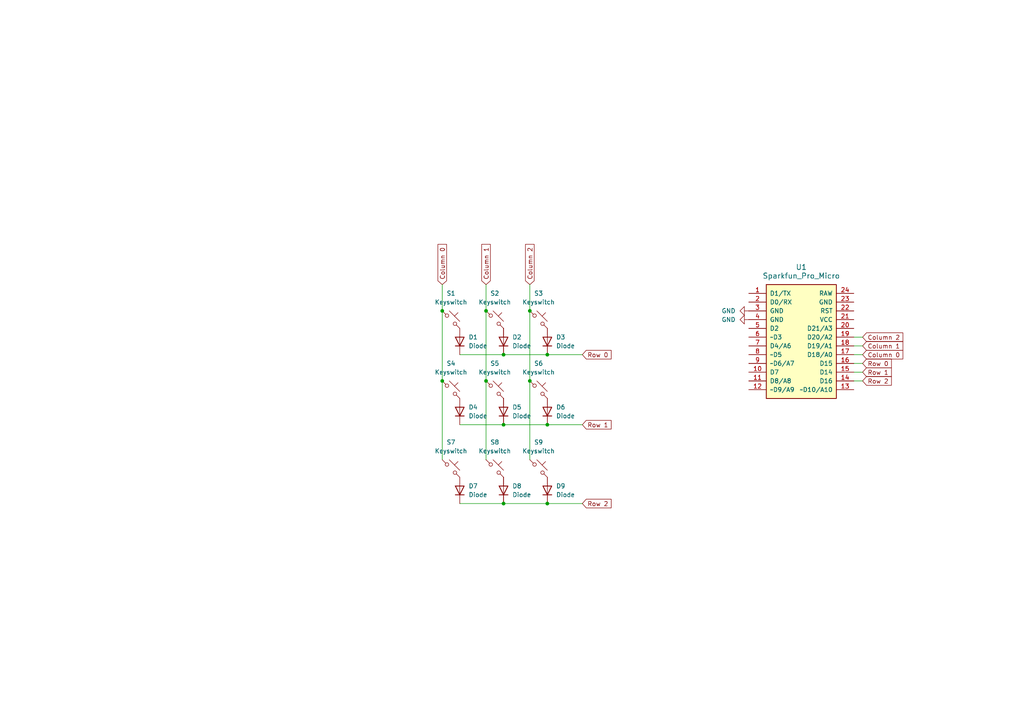
<source format=kicad_sch>
(kicad_sch (version 20231120) (generator "eeschema") (generator_version "8.0")
  (paper "A4")
  (lib_symbols
    (symbol "Arduino:Sparkfun_Pro_Micro" (pin_names (offset 1.016))
      (property "Reference" "U" (at -8.89 21.59 0))
      (property "Value" "Sparkfun_Pro_Micro" (at 0 19.05 0))
      (symbol "Sparkfun_Pro_Micro_0_1"
        (rectangle (start -10.16 17.78) (end 10.16 -15.24) (stroke (width 0.254)) (fill (type background)))
      )
      (symbol "Sparkfun_Pro_Micro_1_1"
        (pin bidirectional line (at -15.24 15.24 0) (length 5.08) (name "D1/TX") (number "1"))
        (pin bidirectional line (at -15.24 -7.62 0) (length 5.08) (name "D7") (number "10"))
        (pin bidirectional line (at -15.24 -10.16 0) (length 5.08) (name "D8/A8") (number "11"))
        (pin bidirectional line (at -15.24 -12.7 0) (length 5.08) (name "~D9/A9") (number "12"))
        (pin bidirectional line (at 15.24 -12.7 180) (length 5.08) (name "~D10/A10") (number "13"))
        (pin bidirectional line (at 15.24 -10.16 180) (length 5.08) (name "D16") (number "14"))
        (pin bidirectional line (at 15.24 -7.62 180) (length 5.08) (name "D14") (number "15"))
        (pin bidirectional line (at 15.24 -5.08 180) (length 5.08) (name "D15") (number "16"))
        (pin bidirectional line (at 15.24 -2.54 180) (length 5.08) (name "D18/A0") (number "17"))
        (pin bidirectional line (at 15.24 0 180) (length 5.08) (name "D19/A1") (number "18"))
        (pin bidirectional line (at 15.24 2.54 180) (length 5.08) (name "D20/A2") (number "19"))
        (pin bidirectional line (at -15.24 12.7 0) (length 5.08) (name "D0/RX") (number "2"))
        (pin bidirectional line (at 15.24 5.08 180) (length 5.08) (name "D21/A3") (number "20"))
        (pin power_in line (at 15.24 7.62 180) (length 5.08) (name "VCC") (number "21"))
        (pin input line (at 15.24 10.16 180) (length 5.08) (name "RST") (number "22"))
        (pin power_in line (at 15.24 12.7 180) (length 5.08) (name "GND") (number "23"))
        (pin power_in line (at 15.24 15.24 180) (length 5.08) (name "RAW") (number "24"))
        (pin power_in line (at -15.24 10.16 0) (length 5.08) (name "GND") (number "3"))
        (pin power_in line (at -15.24 7.62 0) (length 5.08) (name "GND") (number "4"))
        (pin bidirectional line (at -15.24 5.08 0) (length 5.08) (name "D2") (number "5"))
        (pin bidirectional line (at -15.24 2.54 0) (length 5.08) (name "~D3") (number "6"))
        (pin bidirectional line (at -15.24 0 0) (length 5.08) (name "D4/A6") (number "7"))
        (pin bidirectional line (at -15.24 -2.54 0) (length 5.08) (name "~D5") (number "8"))
        (pin bidirectional line (at -15.24 -5.08 0) (length 5.08) (name "~D6/A7") (number "9"))
      )
    )
    (symbol "ScottoKeebs:Placeholder_Diode" (pin_numbers hide) (pin_names hide)
      (property "Reference" "D" (at 0 2.54 0))
      (property "Value" "Diode" (at 0 -2.54 0))
      (symbol "Placeholder_Diode_0_1"
        (polyline (pts (xy -1.27 1.27) (xy -1.27 -1.27)) (stroke (width 0.254)))
        (polyline (pts (xy 1.27 0) (xy -1.27 0)))
        (polyline (pts (xy 1.27 1.27) (xy 1.27 -1.27) (xy -1.27 0) (xy 1.27 1.27)) (stroke (width 0.254)))
      )
      (symbol "Placeholder_Diode_1_1"
        (pin passive line (at -3.81 0 0) (length 2.54) (name "K") (number "1"))
        (pin passive line (at 3.81 0 180) (length 2.54) (name "A") (number "2"))
      )
    )
    (symbol "ScottoKeebs:Placeholder_Keyswitch" (pin_numbers hide) (pin_names (offset 1.016) hide)
      (property "Reference" "S" (at 3.048 1.016 0))
      (property "Value" "Keyswitch" (at 0 -3.81 0))
      (symbol "Placeholder_Keyswitch_0_1"
        (circle (center -1.1684 1.1684) (radius 0.508))
        (polyline (pts (xy -0.508 2.54) (xy 2.54 -0.508)))
        (polyline (pts (xy 1.016 1.016) (xy 2.032 2.032)))
        (polyline (pts (xy -2.54 2.54) (xy -1.524 1.524) (xy -1.524 1.524)))
        (polyline (pts (xy 1.524 -1.524) (xy 2.54 -2.54) (xy 2.54 -2.54) (xy 2.54 -2.54)))
        (circle (center 1.143 -1.1938) (radius 0.508))
        (pin passive line (at -2.54 2.54 0) (length 0) (name "1") (number "1"))
        (pin passive line (at 2.54 -2.54 180) (length 0) (name "2") (number "2"))
      )
    )
    (symbol "power:GND" (power) (pin_numbers hide) (pin_names (offset 0) hide)
      (property "Value" "GND" (at 0 -3.81 0))
      (symbol "GND_0_1"
        (polyline (pts (xy 0 0) (xy 0 -1.27) (xy 1.27 -1.27) (xy 0 -2.54) (xy -1.27 -1.27) (xy 0 -1.27)))
      )
      (symbol "GND_1_1"
        (pin power_in line (at 0 0 270) (length 0) (name "~") (number "1"))
      )
    )
  )
  (junction (at 146.05 123.19))
  (junction (at 153.67 110.49))
  (junction (at 158.75 102.87))
  (junction (at 128.27 110.49))
  (junction (at 146.05 102.87))
  (junction (at 140.97 90.17))
  (junction (at 158.75 123.19))
  (junction (at 146.05 146.05))
  (junction (at 153.67 90.17))
  (junction (at 128.27 90.17))
  (junction (at 140.97 110.49))
  (junction (at 158.75 146.05))
  (wire (pts (xy 128.27 110.49) (xy 128.27 133.35)))
  (wire (pts (xy 146.05 102.87) (xy 158.75 102.87)))
  (wire (pts (xy 247.65 107.95) (xy 250.19 107.95)))
  (wire (pts (xy 153.67 110.49) (xy 153.67 133.35)))
  (wire (pts (xy 146.05 123.19) (xy 158.75 123.19)))
  (wire (pts (xy 158.75 102.87) (xy 168.91 102.87)))
  (wire (pts (xy 247.65 110.49) (xy 250.19 110.49)))
  (wire (pts (xy 158.75 146.05) (xy 168.91 146.05)))
  (wire (pts (xy 128.27 82.55) (xy 128.27 90.17)))
  (wire (pts (xy 158.75 123.19) (xy 168.91 123.19)))
  (wire (pts (xy 146.05 146.05) (xy 158.75 146.05)))
  (wire (pts (xy 247.65 102.87) (xy 250.19 102.87)))
  (wire (pts (xy 140.97 82.55) (xy 140.97 90.17)))
  (wire (pts (xy 128.27 90.17) (xy 128.27 110.49)))
  (wire (pts (xy 247.65 100.33) (xy 250.19 100.33)))
  (wire (pts (xy 140.97 90.17) (xy 140.97 110.49)))
  (wire (pts (xy 153.67 90.17) (xy 153.67 110.49)))
  (wire (pts (xy 247.65 97.79) (xy 250.19 97.79)))
  (wire (pts (xy 153.67 82.55) (xy 153.67 90.17)))
  (wire (pts (xy 247.65 105.41) (xy 250.19 105.41)))
  (wire (pts (xy 133.35 123.19) (xy 146.05 123.19)))
  (wire (pts (xy 133.35 146.05) (xy 146.05 146.05)))
  (wire (pts (xy 140.97 110.49) (xy 140.97 133.35)))
  (wire (pts (xy 133.35 102.87) (xy 146.05 102.87)))
  (global_label "Column 1" (shape input) (at 250.19 100.33 0) (property "Intersheetrefs" "${INTERSHEET_REFS}" (effects (hide yes))))
  (global_label "Row 0" (shape input) (at 250.19 105.41 0) (property "Intersheetrefs" "${INTERSHEET_REFS}" (effects (hide yes))))
  (global_label "Row 1" (shape input) (at 168.91 123.19 0) (property "Intersheetrefs" "${INTERSHEET_REFS}" (effects (hide yes))))
  (global_label "Column 1" (shape input) (at 140.97 82.55 90) (property "Intersheetrefs" "${INTERSHEET_REFS}" (effects (hide yes))))
  (global_label "Row 0" (shape input) (at 168.91 102.87 0) (property "Intersheetrefs" "${INTERSHEET_REFS}" (effects (hide yes))))
  (global_label "Column 0" (shape input) (at 128.27 82.55 90) (property "Intersheetrefs" "${INTERSHEET_REFS}" (effects (hide yes))))
  (global_label "Row 2" (shape input) (at 250.19 110.49 0) (property "Intersheetrefs" "${INTERSHEET_REFS}" (effects (hide yes))))
  (global_label "Column 2" (shape input) (at 250.19 97.79 0) (property "Intersheetrefs" "${INTERSHEET_REFS}" (effects (hide yes))))
  (global_label "Column 2" (shape input) (at 153.67 82.55 90) (property "Intersheetrefs" "${INTERSHEET_REFS}" (effects (hide yes))))
  (global_label "Column 0" (shape input) (at 250.19 102.87 0) (property "Intersheetrefs" "${INTERSHEET_REFS}" (effects (hide yes))))
  (global_label "Row 1" (shape input) (at 250.19 107.95 0) (property "Intersheetrefs" "${INTERSHEET_REFS}" (effects (hide yes))))
  (global_label "Row 2" (shape input) (at 168.91 146.05 0) (property "Intersheetrefs" "${INTERSHEET_REFS}" (effects (hide yes))))
  (symbol (lib_id "power:GND") (at 217.17 90.17 270) (unit 1)
    (property "Reference" "#PWR03" (effects (hide yes)))
    (property "Value" "GND" (at 213.36 90.1699 90) (effects (justify right)))
    (property "Description" "Power symbol creates a global label with name \"GND\" , ground" (effects (hide yes)))
  )
  (symbol (lib_id "ScottoKeebs:Placeholder_Diode") (at 158.75 119.38 90) (unit 1)
    (property "Reference" "D6" (at 161.29 118.1099 90) (effects (justify right)))
    (property "Value" "Diode" (at 161.29 120.6499 90) (effects (justify right)))
    (property "Footprint" "ScottoKeebs_Components:Diode_DO-35" (effects (hide yes)))
    (property "Description" "1N4148 (DO-35) or 1N4148W (SOD-123)" (effects (hide yes)))
    (property "Sim.Device" "D" (effects (hide yes)))
    (property "Sim.Pins" "1=K 2=A" (effects (hide yes)))
  )
  (symbol (lib_id "ScottoKeebs:Placeholder_Keyswitch") (at 143.51 135.89 0) (unit 1)
    (property "Reference" "S8" (at 143.51 128.27 0))
    (property "Value" "Keyswitch" (at 143.51 130.81 0))
    (property "Footprint" "ScottoKeebs_MX:MX_PCB_1.00u" (effects (hide yes)))
    (property "Description" "Push button switch, normally open, two pins, 45° tilted" (effects (hide yes)))
  )
  (symbol (lib_id "ScottoKeebs:Placeholder_Keyswitch") (at 130.81 92.71 0) (unit 1)
    (property "Reference" "S1" (at 130.81 85.09 0))
    (property "Value" "Keyswitch" (at 130.81 87.63 0))
    (property "Footprint" "ScottoKeebs_MX:MX_PCB_1.00u" (effects (hide yes)))
    (property "Description" "Push button switch, normally open, two pins, 45° tilted" (effects (hide yes)))
  )
  (symbol (lib_id "ScottoKeebs:Placeholder_Diode") (at 146.05 99.06 90) (unit 1)
    (property "Reference" "D2" (at 148.59 97.7899 90) (effects (justify right)))
    (property "Value" "Diode" (at 148.59 100.3299 90) (effects (justify right)))
    (property "Footprint" "ScottoKeebs_Components:Diode_DO-35" (effects (hide yes)))
    (property "Description" "1N4148 (DO-35) or 1N4148W (SOD-123)" (effects (hide yes)))
    (property "Sim.Device" "D" (effects (hide yes)))
    (property "Sim.Pins" "1=K 2=A" (effects (hide yes)))
  )
  (symbol (lib_id "ScottoKeebs:Placeholder_Keyswitch") (at 130.81 113.03 0) (unit 1)
    (property "Reference" "S4" (at 130.81 105.41 0))
    (property "Value" "Keyswitch" (at 130.81 107.95 0))
    (property "Footprint" "ScottoKeebs_MX:MX_PCB_1.00u" (effects (hide yes)))
    (property "Description" "Push button switch, normally open, two pins, 45° tilted" (effects (hide yes)))
  )
  (symbol (lib_id "power:GND") (at 217.17 92.71 270) (unit 1)
    (property "Reference" "#PWR04" (effects (hide yes)))
    (property "Value" "GND" (at 213.36 92.7099 90) (effects (justify right)))
    (property "Description" "Power symbol creates a global label with name \"GND\" , ground" (effects (hide yes)))
  )
  (symbol (lib_id "Arduino:Sparkfun_Pro_Micro") (at 232.41 100.33 0) (unit 1)
    (property "Reference" "U1" (at 232.41 77.47 0) (effects (font (size 1.524 1.524))))
    (property "Value" "Sparkfun_Pro_Micro" (at 232.41 80.01 0) (effects (font (size 1.524 1.524))))
    (property "Footprint" "Arduino:Sparkfun_Pro_Micro" (effects (hide yes)))
    (property "Datasheet" "https://www.sparkfun.com/products/12640" (effects (hide yes)))
    (property "Description" "Sparkfun Pro Micro" (effects (hide yes)))
  )
  (symbol (lib_id "ScottoKeebs:Placeholder_Diode") (at 146.05 142.24 90) (unit 1)
    (property "Reference" "D8" (at 148.59 140.9699 90) (effects (justify right)))
    (property "Value" "Diode" (at 148.59 143.5099 90) (effects (justify right)))
    (property "Footprint" "ScottoKeebs_Components:Diode_DO-35" (effects (hide yes)))
    (property "Description" "1N4148 (DO-35) or 1N4148W (SOD-123)" (effects (hide yes)))
    (property "Sim.Device" "D" (effects (hide yes)))
    (property "Sim.Pins" "1=K 2=A" (effects (hide yes)))
  )
  (symbol (lib_id "ScottoKeebs:Placeholder_Diode") (at 133.35 99.06 90) (unit 1)
    (property "Reference" "D1" (at 135.89 97.7899 90) (effects (justify right)))
    (property "Value" "Diode" (at 135.89 100.3299 90) (effects (justify right)))
    (property "Footprint" "ScottoKeebs_Components:Diode_DO-35" (effects (hide yes)))
    (property "Description" "1N4148 (DO-35) or 1N4148W (SOD-123)" (effects (hide yes)))
    (property "Sim.Device" "D" (effects (hide yes)))
    (property "Sim.Pins" "1=K 2=A" (effects (hide yes)))
  )
  (symbol (lib_id "ScottoKeebs:Placeholder_Keyswitch") (at 156.21 113.03 0) (unit 1)
    (property "Reference" "S6" (at 156.21 105.41 0))
    (property "Value" "Keyswitch" (at 156.21 107.95 0))
    (property "Footprint" "ScottoKeebs_MX:MX_PCB_1.00u" (effects (hide yes)))
    (property "Description" "Push button switch, normally open, two pins, 45° tilted" (effects (hide yes)))
  )
  (symbol (lib_id "ScottoKeebs:Placeholder_Diode") (at 158.75 99.06 90) (unit 1)
    (property "Reference" "D3" (at 161.29 97.7899 90) (effects (justify right)))
    (property "Value" "Diode" (at 161.29 100.3299 90) (effects (justify right)))
    (property "Footprint" "ScottoKeebs_Components:Diode_DO-35" (effects (hide yes)))
    (property "Description" "1N4148 (DO-35) or 1N4148W (SOD-123)" (effects (hide yes)))
    (property "Sim.Device" "D" (effects (hide yes)))
    (property "Sim.Pins" "1=K 2=A" (effects (hide yes)))
  )
  (symbol (lib_id "ScottoKeebs:Placeholder_Diode") (at 133.35 142.24 90) (unit 1)
    (property "Reference" "D7" (at 135.89 140.9699 90) (effects (justify right)))
    (property "Value" "Diode" (at 135.89 143.5099 90) (effects (justify right)))
    (property "Footprint" "ScottoKeebs_Components:Diode_DO-35" (effects (hide yes)))
    (property "Description" "1N4148 (DO-35) or 1N4148W (SOD-123)" (effects (hide yes)))
    (property "Sim.Device" "D" (effects (hide yes)))
    (property "Sim.Pins" "1=K 2=A" (effects (hide yes)))
  )
  (symbol (lib_id "ScottoKeebs:Placeholder_Keyswitch") (at 156.21 92.71 0) (unit 1)
    (property "Reference" "S3" (at 156.21 85.09 0))
    (property "Value" "Keyswitch" (at 156.21 87.63 0))
    (property "Footprint" "ScottoKeebs_MX:MX_PCB_1.00u" (effects (hide yes)))
    (property "Description" "Push button switch, normally open, two pins, 45° tilted" (effects (hide yes)))
  )
  (symbol (lib_id "ScottoKeebs:Placeholder_Keyswitch") (at 143.51 92.71 0) (unit 1)
    (property "Reference" "S2" (at 143.51 85.09 0))
    (property "Value" "Keyswitch" (at 143.51 87.63 0))
    (property "Footprint" "ScottoKeebs_MX:MX_PCB_1.00u" (effects (hide yes)))
    (property "Description" "Push button switch, normally open, two pins, 45° tilted" (effects (hide yes)))
  )
  (symbol (lib_id "ScottoKeebs:Placeholder_Keyswitch") (at 156.21 135.89 0) (unit 1)
    (property "Reference" "S9" (at 156.21 128.27 0))
    (property "Value" "Keyswitch" (at 156.21 130.81 0))
    (property "Footprint" "ScottoKeebs_MX:MX_PCB_1.00u" (effects (hide yes)))
    (property "Description" "Push button switch, normally open, two pins, 45° tilted" (effects (hide yes)))
  )
  (symbol (lib_id "ScottoKeebs:Placeholder_Keyswitch") (at 130.81 135.89 0) (unit 1)
    (property "Reference" "S7" (at 130.81 128.27 0))
    (property "Value" "Keyswitch" (at 130.81 130.81 0))
    (property "Footprint" "ScottoKeebs_MX:MX_PCB_1.00u" (effects (hide yes)))
    (property "Description" "Push button switch, normally open, two pins, 45° tilted" (effects (hide yes)))
  )
  (symbol (lib_id "ScottoKeebs:Placeholder_Diode") (at 158.75 142.24 90) (unit 1)
    (property "Reference" "D9" (at 161.29 140.9699 90) (effects (justify right)))
    (property "Value" "Diode" (at 161.29 143.5099 90) (effects (justify right)))
    (property "Footprint" "ScottoKeebs_Components:Diode_DO-35" (effects (hide yes)))
    (property "Description" "1N4148 (DO-35) or 1N4148W (SOD-123)" (effects (hide yes)))
    (property "Sim.Device" "D" (effects (hide yes)))
    (property "Sim.Pins" "1=K 2=A" (effects (hide yes)))
  )
  (symbol (lib_id "ScottoKeebs:Placeholder_Keyswitch") (at 143.51 113.03 0) (unit 1)
    (property "Reference" "S5" (at 143.51 105.41 0))
    (property "Value" "Keyswitch" (at 143.51 107.95 0))
    (property "Footprint" "ScottoKeebs_MX:MX_PCB_1.00u" (effects (hide yes)))
    (property "Description" "Push button switch, normally open, two pins, 45° tilted" (effects (hide yes)))
  )
  (symbol (lib_id "ScottoKeebs:Placeholder_Diode") (at 146.05 119.38 90) (unit 1)
    (property "Reference" "D5" (at 148.59 118.1099 90) (effects (justify right)))
    (property "Value" "Diode" (at 148.59 120.6499 90) (effects (justify right)))
    (property "Footprint" "ScottoKeebs_Components:Diode_DO-35" (effects (hide yes)))
    (property "Description" "1N4148 (DO-35) or 1N4148W (SOD-123)" (effects (hide yes)))
    (property "Sim.Device" "D" (effects (hide yes)))
    (property "Sim.Pins" "1=K 2=A" (effects (hide yes)))
  )
  (symbol (lib_id "ScottoKeebs:Placeholder_Diode") (at 133.35 119.38 90) (unit 1)
    (property "Reference" "D4" (at 135.89 118.1099 90) (effects (justify right)))
    (property "Value" "Diode" (at 135.89 120.6499 90) (effects (justify right)))
    (property "Footprint" "ScottoKeebs_Components:Diode_DO-35" (effects (hide yes)))
    (property "Description" "1N4148 (DO-35) or 1N4148W (SOD-123)" (effects (hide yes)))
    (property "Sim.Device" "D" (effects (hide yes)))
    (property "Sim.Pins" "1=K 2=A" (effects (hide yes)))
  )
)
</source>
